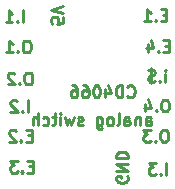
<source format=gbo>
G04 #@! TF.FileFunction,Legend,Bot*
%FSLAX46Y46*%
G04 Gerber Fmt 4.6, Leading zero omitted, Abs format (unit mm)*
G04 Created by KiCad (PCBNEW 4.0.4+e1-6308~48~ubuntu16.04.1-stable) date Thu Nov  3 23:07:18 2016*
%MOMM*%
%LPD*%
G01*
G04 APERTURE LIST*
%ADD10C,0.100000*%
%ADD11C,0.250000*%
%ADD12R,2.132000X2.132000*%
%ADD13O,2.132000X2.132000*%
%ADD14R,2.335200X2.335200*%
G04 APERTURE END LIST*
D10*
D11*
X224421429Y-98102381D02*
X224421429Y-97578571D01*
X224469048Y-97483333D01*
X224564286Y-97435714D01*
X224754763Y-97435714D01*
X224850001Y-97483333D01*
X224421429Y-98054762D02*
X224516667Y-98102381D01*
X224754763Y-98102381D01*
X224850001Y-98054762D01*
X224897620Y-97959524D01*
X224897620Y-97864286D01*
X224850001Y-97769048D01*
X224754763Y-97721429D01*
X224516667Y-97721429D01*
X224421429Y-97673810D01*
X223945239Y-97435714D02*
X223945239Y-98102381D01*
X223945239Y-97530952D02*
X223897620Y-97483333D01*
X223802382Y-97435714D01*
X223659524Y-97435714D01*
X223564286Y-97483333D01*
X223516667Y-97578571D01*
X223516667Y-98102381D01*
X222611905Y-98102381D02*
X222611905Y-97578571D01*
X222659524Y-97483333D01*
X222754762Y-97435714D01*
X222945239Y-97435714D01*
X223040477Y-97483333D01*
X222611905Y-98054762D02*
X222707143Y-98102381D01*
X222945239Y-98102381D01*
X223040477Y-98054762D01*
X223088096Y-97959524D01*
X223088096Y-97864286D01*
X223040477Y-97769048D01*
X222945239Y-97721429D01*
X222707143Y-97721429D01*
X222611905Y-97673810D01*
X221992858Y-98102381D02*
X222088096Y-98054762D01*
X222135715Y-97959524D01*
X222135715Y-97102381D01*
X221469048Y-98102381D02*
X221564286Y-98054762D01*
X221611905Y-98007143D01*
X221659524Y-97911905D01*
X221659524Y-97626190D01*
X221611905Y-97530952D01*
X221564286Y-97483333D01*
X221469048Y-97435714D01*
X221326190Y-97435714D01*
X221230952Y-97483333D01*
X221183333Y-97530952D01*
X221135714Y-97626190D01*
X221135714Y-97911905D01*
X221183333Y-98007143D01*
X221230952Y-98054762D01*
X221326190Y-98102381D01*
X221469048Y-98102381D01*
X220278571Y-97435714D02*
X220278571Y-98245238D01*
X220326190Y-98340476D01*
X220373809Y-98388095D01*
X220469048Y-98435714D01*
X220611905Y-98435714D01*
X220707143Y-98388095D01*
X220278571Y-98054762D02*
X220373809Y-98102381D01*
X220564286Y-98102381D01*
X220659524Y-98054762D01*
X220707143Y-98007143D01*
X220754762Y-97911905D01*
X220754762Y-97626190D01*
X220707143Y-97530952D01*
X220659524Y-97483333D01*
X220564286Y-97435714D01*
X220373809Y-97435714D01*
X220278571Y-97483333D01*
X219088095Y-98054762D02*
X218992857Y-98102381D01*
X218802381Y-98102381D01*
X218707142Y-98054762D01*
X218659523Y-97959524D01*
X218659523Y-97911905D01*
X218707142Y-97816667D01*
X218802381Y-97769048D01*
X218945238Y-97769048D01*
X219040476Y-97721429D01*
X219088095Y-97626190D01*
X219088095Y-97578571D01*
X219040476Y-97483333D01*
X218945238Y-97435714D01*
X218802381Y-97435714D01*
X218707142Y-97483333D01*
X218326190Y-97435714D02*
X218135714Y-98102381D01*
X217945237Y-97626190D01*
X217754761Y-98102381D01*
X217564285Y-97435714D01*
X217183333Y-98102381D02*
X217183333Y-97435714D01*
X217183333Y-97102381D02*
X217230952Y-97150000D01*
X217183333Y-97197619D01*
X217135714Y-97150000D01*
X217183333Y-97102381D01*
X217183333Y-97197619D01*
X216850000Y-97435714D02*
X216469048Y-97435714D01*
X216707143Y-97102381D02*
X216707143Y-97959524D01*
X216659524Y-98054762D01*
X216564286Y-98102381D01*
X216469048Y-98102381D01*
X215707142Y-98054762D02*
X215802380Y-98102381D01*
X215992857Y-98102381D01*
X216088095Y-98054762D01*
X216135714Y-98007143D01*
X216183333Y-97911905D01*
X216183333Y-97626190D01*
X216135714Y-97530952D01*
X216088095Y-97483333D01*
X215992857Y-97435714D01*
X215802380Y-97435714D01*
X215707142Y-97483333D01*
X215278571Y-98102381D02*
X215278571Y-97102381D01*
X214849999Y-98102381D02*
X214849999Y-97578571D01*
X214897618Y-97483333D01*
X214992856Y-97435714D01*
X215135714Y-97435714D01*
X215230952Y-97483333D01*
X215278571Y-97530952D01*
X222870238Y-95657143D02*
X222917857Y-95704762D01*
X223060714Y-95752381D01*
X223155952Y-95752381D01*
X223298810Y-95704762D01*
X223394048Y-95609524D01*
X223441667Y-95514286D01*
X223489286Y-95323810D01*
X223489286Y-95180952D01*
X223441667Y-94990476D01*
X223394048Y-94895238D01*
X223298810Y-94800000D01*
X223155952Y-94752381D01*
X223060714Y-94752381D01*
X222917857Y-94800000D01*
X222870238Y-94847619D01*
X222441667Y-95752381D02*
X222441667Y-94752381D01*
X222203572Y-94752381D01*
X222060714Y-94800000D01*
X221965476Y-94895238D01*
X221917857Y-94990476D01*
X221870238Y-95180952D01*
X221870238Y-95323810D01*
X221917857Y-95514286D01*
X221965476Y-95609524D01*
X222060714Y-95704762D01*
X222203572Y-95752381D01*
X222441667Y-95752381D01*
X221013095Y-95085714D02*
X221013095Y-95752381D01*
X221251191Y-94704762D02*
X221489286Y-95419048D01*
X220870238Y-95419048D01*
X220298810Y-94752381D02*
X220203571Y-94752381D01*
X220108333Y-94800000D01*
X220060714Y-94847619D01*
X220013095Y-94942857D01*
X219965476Y-95133333D01*
X219965476Y-95371429D01*
X220013095Y-95561905D01*
X220060714Y-95657143D01*
X220108333Y-95704762D01*
X220203571Y-95752381D01*
X220298810Y-95752381D01*
X220394048Y-95704762D01*
X220441667Y-95657143D01*
X220489286Y-95561905D01*
X220536905Y-95371429D01*
X220536905Y-95133333D01*
X220489286Y-94942857D01*
X220441667Y-94847619D01*
X220394048Y-94800000D01*
X220298810Y-94752381D01*
X219108333Y-94752381D02*
X219298810Y-94752381D01*
X219394048Y-94800000D01*
X219441667Y-94847619D01*
X219536905Y-94990476D01*
X219584524Y-95180952D01*
X219584524Y-95561905D01*
X219536905Y-95657143D01*
X219489286Y-95704762D01*
X219394048Y-95752381D01*
X219203571Y-95752381D01*
X219108333Y-95704762D01*
X219060714Y-95657143D01*
X219013095Y-95561905D01*
X219013095Y-95323810D01*
X219060714Y-95228571D01*
X219108333Y-95180952D01*
X219203571Y-95133333D01*
X219394048Y-95133333D01*
X219489286Y-95180952D01*
X219536905Y-95228571D01*
X219584524Y-95323810D01*
X218155952Y-94752381D02*
X218346429Y-94752381D01*
X218441667Y-94800000D01*
X218489286Y-94847619D01*
X218584524Y-94990476D01*
X218632143Y-95180952D01*
X218632143Y-95561905D01*
X218584524Y-95657143D01*
X218536905Y-95704762D01*
X218441667Y-95752381D01*
X218251190Y-95752381D01*
X218155952Y-95704762D01*
X218108333Y-95657143D01*
X218060714Y-95561905D01*
X218060714Y-95323810D01*
X218108333Y-95228571D01*
X218155952Y-95180952D01*
X218251190Y-95133333D01*
X218441667Y-95133333D01*
X218536905Y-95180952D01*
X218584524Y-95228571D01*
X218632143Y-95323810D01*
X226164685Y-102302381D02*
X226164685Y-101302381D01*
X225688495Y-102207143D02*
X225640876Y-102254762D01*
X225688495Y-102302381D01*
X225736114Y-102254762D01*
X225688495Y-102207143D01*
X225688495Y-102302381D01*
X225307543Y-101302381D02*
X224688495Y-101302381D01*
X225021829Y-101683333D01*
X224878971Y-101683333D01*
X224783733Y-101730952D01*
X224736114Y-101778571D01*
X224688495Y-101873810D01*
X224688495Y-102111905D01*
X224736114Y-102207143D01*
X224783733Y-102254762D01*
X224878971Y-102302381D01*
X225164686Y-102302381D01*
X225259924Y-102254762D01*
X225307543Y-102207143D01*
X226084524Y-98512381D02*
X225894047Y-98512381D01*
X225798809Y-98560000D01*
X225703571Y-98655238D01*
X225655952Y-98845714D01*
X225655952Y-99179048D01*
X225703571Y-99369524D01*
X225798809Y-99464762D01*
X225894047Y-99512381D01*
X226084524Y-99512381D01*
X226179762Y-99464762D01*
X226275000Y-99369524D01*
X226322619Y-99179048D01*
X226322619Y-98845714D01*
X226275000Y-98655238D01*
X226179762Y-98560000D01*
X226084524Y-98512381D01*
X225227381Y-99417143D02*
X225179762Y-99464762D01*
X225227381Y-99512381D01*
X225275000Y-99464762D01*
X225227381Y-99417143D01*
X225227381Y-99512381D01*
X224846429Y-98512381D02*
X224227381Y-98512381D01*
X224560715Y-98893333D01*
X224417857Y-98893333D01*
X224322619Y-98940952D01*
X224275000Y-98988571D01*
X224227381Y-99083810D01*
X224227381Y-99321905D01*
X224275000Y-99417143D01*
X224322619Y-99464762D01*
X224417857Y-99512381D01*
X224703572Y-99512381D01*
X224798810Y-99464762D01*
X224846429Y-99417143D01*
X226159524Y-95952381D02*
X225969047Y-95952381D01*
X225873809Y-96000000D01*
X225778571Y-96095238D01*
X225730952Y-96285714D01*
X225730952Y-96619048D01*
X225778571Y-96809524D01*
X225873809Y-96904762D01*
X225969047Y-96952381D01*
X226159524Y-96952381D01*
X226254762Y-96904762D01*
X226350000Y-96809524D01*
X226397619Y-96619048D01*
X226397619Y-96285714D01*
X226350000Y-96095238D01*
X226254762Y-96000000D01*
X226159524Y-95952381D01*
X225302381Y-96857143D02*
X225254762Y-96904762D01*
X225302381Y-96952381D01*
X225350000Y-96904762D01*
X225302381Y-96857143D01*
X225302381Y-96952381D01*
X224397619Y-96285714D02*
X224397619Y-96952381D01*
X224635715Y-95904762D02*
X224873810Y-96619048D01*
X224254762Y-96619048D01*
X226089285Y-94427381D02*
X226089285Y-93760714D01*
X226089285Y-93427381D02*
X226136904Y-93475000D01*
X226089285Y-93522619D01*
X226041666Y-93475000D01*
X226089285Y-93427381D01*
X226089285Y-93522619D01*
X225613095Y-94332143D02*
X225565476Y-94379762D01*
X225613095Y-94427381D01*
X225660714Y-94379762D01*
X225613095Y-94332143D01*
X225613095Y-94427381D01*
X225184524Y-94379762D02*
X225041667Y-94427381D01*
X224803571Y-94427381D01*
X224708333Y-94379762D01*
X224660714Y-94332143D01*
X224613095Y-94236905D01*
X224613095Y-94141667D01*
X224660714Y-94046429D01*
X224708333Y-93998810D01*
X224803571Y-93951190D01*
X224994048Y-93903571D01*
X225089286Y-93855952D01*
X225136905Y-93808333D01*
X225184524Y-93713095D01*
X225184524Y-93617857D01*
X225136905Y-93522619D01*
X225089286Y-93475000D01*
X224994048Y-93427381D01*
X224755952Y-93427381D01*
X224613095Y-93475000D01*
X224898810Y-93284524D02*
X224898810Y-94570238D01*
X226403571Y-91403571D02*
X226070237Y-91403571D01*
X225927380Y-91927381D02*
X226403571Y-91927381D01*
X226403571Y-90927381D01*
X225927380Y-90927381D01*
X225498809Y-91832143D02*
X225451190Y-91879762D01*
X225498809Y-91927381D01*
X225546428Y-91879762D01*
X225498809Y-91832143D01*
X225498809Y-91927381D01*
X224594047Y-91260714D02*
X224594047Y-91927381D01*
X224832143Y-90879762D02*
X225070238Y-91594048D01*
X224451190Y-91594048D01*
X226178571Y-88778571D02*
X225845237Y-88778571D01*
X225702380Y-89302381D02*
X226178571Y-89302381D01*
X226178571Y-88302381D01*
X225702380Y-88302381D01*
X225273809Y-89207143D02*
X225226190Y-89254762D01*
X225273809Y-89302381D01*
X225321428Y-89254762D01*
X225273809Y-89207143D01*
X225273809Y-89302381D01*
X224273809Y-89302381D02*
X224845238Y-89302381D01*
X224559524Y-89302381D02*
X224559524Y-88302381D01*
X224654762Y-88445238D01*
X224750000Y-88540476D01*
X224845238Y-88588095D01*
X214584524Y-93652381D02*
X214394047Y-93652381D01*
X214298809Y-93700000D01*
X214203571Y-93795238D01*
X214155952Y-93985714D01*
X214155952Y-94319048D01*
X214203571Y-94509524D01*
X214298809Y-94604762D01*
X214394047Y-94652381D01*
X214584524Y-94652381D01*
X214679762Y-94604762D01*
X214775000Y-94509524D01*
X214822619Y-94319048D01*
X214822619Y-93985714D01*
X214775000Y-93795238D01*
X214679762Y-93700000D01*
X214584524Y-93652381D01*
X213727381Y-94557143D02*
X213679762Y-94604762D01*
X213727381Y-94652381D01*
X213775000Y-94604762D01*
X213727381Y-94557143D01*
X213727381Y-94652381D01*
X213298810Y-93747619D02*
X213251191Y-93700000D01*
X213155953Y-93652381D01*
X212917857Y-93652381D01*
X212822619Y-93700000D01*
X212775000Y-93747619D01*
X212727381Y-93842857D01*
X212727381Y-93938095D01*
X212775000Y-94080952D01*
X213346429Y-94652381D01*
X212727381Y-94652381D01*
X214439285Y-97002381D02*
X214439285Y-96002381D01*
X213963095Y-96907143D02*
X213915476Y-96954762D01*
X213963095Y-97002381D01*
X214010714Y-96954762D01*
X213963095Y-96907143D01*
X213963095Y-97002381D01*
X213534524Y-96097619D02*
X213486905Y-96050000D01*
X213391667Y-96002381D01*
X213153571Y-96002381D01*
X213058333Y-96050000D01*
X213010714Y-96097619D01*
X212963095Y-96192857D01*
X212963095Y-96288095D01*
X213010714Y-96430952D01*
X213582143Y-97002381D01*
X212963095Y-97002381D01*
X214753571Y-98978571D02*
X214420237Y-98978571D01*
X214277380Y-99502381D02*
X214753571Y-99502381D01*
X214753571Y-98502381D01*
X214277380Y-98502381D01*
X213848809Y-99407143D02*
X213801190Y-99454762D01*
X213848809Y-99502381D01*
X213896428Y-99454762D01*
X213848809Y-99407143D01*
X213848809Y-99502381D01*
X213420238Y-98597619D02*
X213372619Y-98550000D01*
X213277381Y-98502381D01*
X213039285Y-98502381D01*
X212944047Y-98550000D01*
X212896428Y-98597619D01*
X212848809Y-98692857D01*
X212848809Y-98788095D01*
X212896428Y-98930952D01*
X213467857Y-99502381D01*
X212848809Y-99502381D01*
X214853571Y-101603571D02*
X214520237Y-101603571D01*
X214377380Y-102127381D02*
X214853571Y-102127381D01*
X214853571Y-101127381D01*
X214377380Y-101127381D01*
X213948809Y-102032143D02*
X213901190Y-102079762D01*
X213948809Y-102127381D01*
X213996428Y-102079762D01*
X213948809Y-102032143D01*
X213948809Y-102127381D01*
X213567857Y-101127381D02*
X212948809Y-101127381D01*
X213282143Y-101508333D01*
X213139285Y-101508333D01*
X213044047Y-101555952D01*
X212996428Y-101603571D01*
X212948809Y-101698810D01*
X212948809Y-101936905D01*
X212996428Y-102032143D01*
X213044047Y-102079762D01*
X213139285Y-102127381D01*
X213425000Y-102127381D01*
X213520238Y-102079762D01*
X213567857Y-102032143D01*
X214039285Y-89402381D02*
X214039285Y-88402381D01*
X213563095Y-89307143D02*
X213515476Y-89354762D01*
X213563095Y-89402381D01*
X213610714Y-89354762D01*
X213563095Y-89307143D01*
X213563095Y-89402381D01*
X212563095Y-89402381D02*
X213134524Y-89402381D01*
X212848810Y-89402381D02*
X212848810Y-88402381D01*
X212944048Y-88545238D01*
X213039286Y-88640476D01*
X213134524Y-88688095D01*
X214434524Y-90952381D02*
X214244047Y-90952381D01*
X214148809Y-91000000D01*
X214053571Y-91095238D01*
X214005952Y-91285714D01*
X214005952Y-91619048D01*
X214053571Y-91809524D01*
X214148809Y-91904762D01*
X214244047Y-91952381D01*
X214434524Y-91952381D01*
X214529762Y-91904762D01*
X214625000Y-91809524D01*
X214672619Y-91619048D01*
X214672619Y-91285714D01*
X214625000Y-91095238D01*
X214529762Y-91000000D01*
X214434524Y-90952381D01*
X213577381Y-91857143D02*
X213529762Y-91904762D01*
X213577381Y-91952381D01*
X213625000Y-91904762D01*
X213577381Y-91857143D01*
X213577381Y-91952381D01*
X212577381Y-91952381D02*
X213148810Y-91952381D01*
X212863096Y-91952381D02*
X212863096Y-90952381D01*
X212958334Y-91095238D01*
X213053572Y-91190476D01*
X213148810Y-91238095D01*
X222875000Y-102436904D02*
X222922619Y-102532142D01*
X222922619Y-102674999D01*
X222875000Y-102817857D01*
X222779762Y-102913095D01*
X222684524Y-102960714D01*
X222494048Y-103008333D01*
X222351190Y-103008333D01*
X222160714Y-102960714D01*
X222065476Y-102913095D01*
X221970238Y-102817857D01*
X221922619Y-102674999D01*
X221922619Y-102579761D01*
X221970238Y-102436904D01*
X222017857Y-102389285D01*
X222351190Y-102389285D01*
X222351190Y-102579761D01*
X221922619Y-101960714D02*
X222922619Y-101960714D01*
X221922619Y-101389285D01*
X222922619Y-101389285D01*
X221922619Y-100913095D02*
X222922619Y-100913095D01*
X222922619Y-100675000D01*
X222875000Y-100532142D01*
X222779762Y-100436904D01*
X222684524Y-100389285D01*
X222494048Y-100341666D01*
X222351190Y-100341666D01*
X222160714Y-100389285D01*
X222065476Y-100436904D01*
X221970238Y-100532142D01*
X221922619Y-100675000D01*
X221922619Y-100913095D01*
X217412819Y-88988876D02*
X217412819Y-89465067D01*
X216936629Y-89512686D01*
X216984248Y-89465067D01*
X217031867Y-89369829D01*
X217031867Y-89131733D01*
X216984248Y-89036495D01*
X216936629Y-88988876D01*
X216841390Y-88941257D01*
X216603295Y-88941257D01*
X216508057Y-88988876D01*
X216460438Y-89036495D01*
X216412819Y-89131733D01*
X216412819Y-89369829D01*
X216460438Y-89465067D01*
X216508057Y-89512686D01*
X217412819Y-88655543D02*
X216412819Y-88322210D01*
X217412819Y-87988876D01*
%LPC*%
D12*
X219329000Y-88849200D03*
D13*
X221869000Y-88849200D03*
D12*
X217525600Y-101701600D03*
D13*
X220065600Y-101701600D03*
D14*
X211074000Y-88900000D03*
X228523800Y-88900000D03*
X211074000Y-96520000D03*
X211074000Y-99060000D03*
X228523800Y-101600000D03*
X211074000Y-101600000D03*
X228523800Y-93980000D03*
X228523800Y-91440000D03*
X211074000Y-91440000D03*
X211074000Y-93980000D03*
X228523800Y-99060000D03*
X228523800Y-96520000D03*
M02*

</source>
